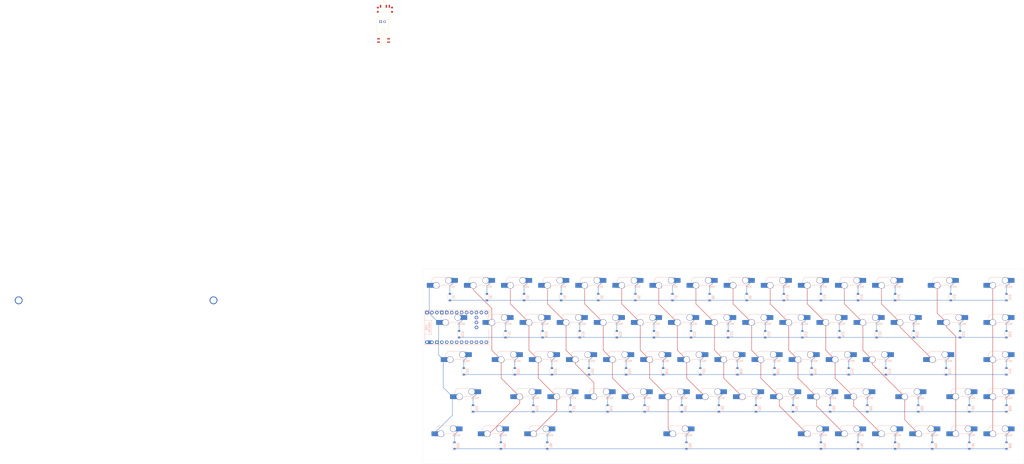
<source format=kicad_pcb>
(kicad_pcb (version 20240108) (generator "pcbnew") (generator_version "8.0")
  (layers (0 "F.Cu" signal) (31 "B.Cu" signal) (34 "B.Paste" user) (35 "F.Paste" user) (36 "B.SilkS" user "B.Silkscreen") (37 "F.SilkS" user "F.Silkscreen") (38 "B.Mask" user) (39 "F.Mask" user) (44 "Edge.Cuts" user))
  (net 0 "")
  (net 1 "row0")
  (net 2 "Net-(D1-A)")
  (net 3 "Net-(D2-A)")
  (net 4 "Net-(D3-A)")
  (net 5 "Net-(D4-A)")
  (net 6 "Net-(D5-A)")
  (net 7 "Net-(D6-A)")
  (net 8 "Net-(D7-A)")
  (net 9 "Net-(D8-A)")
  (net 10 "Net-(D9-A)")
  (net 11 "Net-(D10-A)")
  (net 12 "Net-(D11-A)")
  (net 13 "Net-(D12-A)")
  (net 14 "Net-(D13-A)")
  (net 15 "Net-(D14-A)")
  (net 16 "Net-(D15-A)")
  (net 17 "row1")
  (net 18 "Net-(D16-A)")
  (net 19 "Net-(D17-A)")
  (net 20 "Net-(D18-A)")
  (net 21 "Net-(D19-A)")
  (net 22 "Net-(D20-A)")
  (net 23 "Net-(D21-A)")
  (net 24 "Net-(D22-A)")
  (net 25 "Net-(D23-A)")
  (net 26 "Net-(D24-A)")
  (net 27 "Net-(D25-A)")
  (net 28 "Net-(D26-A)")
  (net 29 "Net-(D27-A)")
  (net 30 "Net-(D28-A)")
  (net 31 "Net-(D29-A)")
  (net 32 "Net-(D30-A)")
  (net 33 "Net-(D31-A)")
  (net 34 "row2")
  (net 35 "Net-(D32-A)")
  (net 36 "Net-(D33-A)")
  (net 37 "Net-(D34-A)")
  (net 38 "Net-(D35-A)")
  (net 39 "Net-(D36-A)")
  (net 40 "Net-(D37-A)")
  (net 41 "Net-(D38-A)")
  (net 42 "Net-(D39-A)")
  (net 43 "Net-(D40-A)")
  (net 44 "Net-(D41-A)")
  (net 45 "Net-(D42-A)")
  (net 46 "Net-(D43-A)")
  (net 47 "Net-(D44-A)")
  (net 48 "row3")
  (net 49 "Net-(D45-A)")
  (net 50 "Net-(D46-A)")
  (net 51 "Net-(D47-A)")
  (net 52 "Net-(D48-A)")
  (net 53 "Net-(D49-A)")
  (net 54 "Net-(D50-A)")
  (net 55 "Net-(D51-A)")
  (net 56 "Net-(D52-A)")
  (net 57 "Net-(D53-A)")
  (net 58 "Net-(D54-A)")
  (net 59 "Net-(D55-A)")
  (net 60 "Net-(D56-A)")
  (net 61 "Net-(D57-A)")
  (net 62 "Net-(D58-A)")
  (net 63 "Net-(D59-A)")
  (net 64 "row4")
  (net 65 "Net-(D60-A)")
  (net 66 "Net-(D61-A)")
  (net 67 "Net-(D62-A)")
  (net 68 "Net-(D63-A)")
  (net 69 "Net-(D64-A)")
  (net 70 "Net-(D65-A)")
  (net 71 "Net-(D66-A)")
  (net 72 "Net-(D67-A)")
  (net 73 "Net-(D68-A)")
  (net 74 "GND")
  (net 75 "3.7V")
  (net 76 "col0")
  (net 77 "col1")
  (net 78 "col2")
  (net 79 "col3")
  (net 80 "col4")
  (net 81 "col5")
  (net 82 "col6")
  (net 83 "col7")
  (net 84 "col8")
  (net 85 "col9")
  (net 86 "col10")
  (net 87 "col11")
  (net 88 "col12")
  (net 89 "col13")
  (net 90 "col14")
  (net 92 "Batt in")
  (net 93 "NRST")
  (footprint "PCM_marbastlib-mx:STAB_MX_P_6.25u" (layer "F.Cu") (at -175.29375 56.28)
    (property "Reference" "S5" (hide yes))
    (property "Value" "MX_stab_space")
  )
  (footprint "S2B-PH-K-S_LF__SN_:JST_S2B-PH-K-S_LF__SN_" (layer "F.Cu") (at -38.475 -93.735)
    (property "Reference" "J1")
    (property "Value" "S2B-PH-K-S_LF__SN_")
  )
  (footprint "PCM_marbastlib-mx:STAB_MX_2.25u" (layer "F.Cu") (at -93.28375 -73.8661)
    (property "Reference" "S3" (hide yes))
    (property "Value" "MX_stab_enter")
  )
  (footprint "PCM_marbastlib-mx:STAB_MX_2.25u" (layer "F.Cu") (at -93.28375 -53.5722)
    (property "Reference" "S4" (hide yes))
    (property "Value" "MX_stab_shift")
  )
  (footprint "Custom:EVQ-PUA02K" (layer "F.Cu") (at -37.965 -84.06)
    (property "Reference" "S6")
    (property "Value" "~")
  )
  (footprint "SSSS811101:SW_SSSS811101" (layer "F.Cu") (at -37.275 -99.905)
    (property "Reference" "S1")
    (property "Value" "SSSS811101")
  )
  (footprint "PCM_marbastlib-mx:STAB_MX_2u" (layer "F.Cu") (at -93.28375 -94.16)
    (property "Reference" "S2" (hide yes))
    (property "Value" "MX_stab_back")
  )
  (footprint "Diode_SMD:D_SOD-123" (layer "B.Cu") (at 119.884999 66.69 90)
    (property "Reference" "D22")
    (property "Value" "D")
  )
  (footprint "PCM_marbastlib-mx:SW_MX_HS_CPG151101S11_1u" (layer "B.Cu") (at 259.56 120.34 180)
    (property "Reference" "MX67")
    (property "Value" "MX_SW_HS")
  )
  (footprint "Diode_SMD:D_SOD-123" (layer "B.Cu") (at 110.359999 47.64 90)
    (property "Reference" "D7")
    (property "Value" "D")
  )
  (footprint "Diode_SMD:D_SOD-123" (layer "B.Cu") (at 257.997499 66.69 90)
    (property "Reference" "D29")
    (property "Value" "D")
  )
  (footprint "PCM_marbastlib-mx:SW_MX_HS_CPG151101S11_1u" (layer "B.Cu") (at 92.8725 101.29 180)
    (property "Reference" "MX49")
    (property "Value" "MX_SW_HS")
  )
  (footprint "PCM_marbastlib-mx:SW_MX_HS_CPG151101S11_1u" (layer "B.Cu") (at 183.36 120.34 180)
    (property "Reference" "MX63")
    (property "Value" "MX_SW_HS")
  )
  (footprint "PCM_marbastlib-mx:SW_MX_HS_CPG151101S11_1u" (layer "B.Cu") (at 197.6475 82.24 180)
    (property "Reference" "MX41")
    (property "Value" "MX_SW_HS")
  )
  (footprint "PCM_marbastlib-mx:SW_MX_HS_CPG151101S11_1u" (layer "B.Cu") (at 178.5975 82.24 180)
    (property "Reference" "MX40")
    (property "Value" "MX_SW_HS")
  )
  (footprint "Diode_SMD:D_SOD-123" (layer "B.Cu") (at 167.509999 47.64 90)
    (property "Reference" "D10")
    (property "Value" "D")
  )
  (footprint "PCM_marbastlib-mx:SW_MX_HS_CPG151101S11_1u" (layer "B.Cu") (at 111.9225 101.29 180)
    (property "Reference" "MX50")
    (property "Value" "MX_SW_HS")
  )
  (footprint "PCM_marbastlib-mx:SW_MX_HS_CPG151101S11_1u" (layer "B.Cu") (at -4.75875 120.34 180)
    (property "Reference" "MX59")
    (property "Value" "MX_SW_HS")
  )
  (footprint "PCM_marbastlib-mx:SW_MX_HS_CPG151101S11_1u" (layer "B.Cu") (at 97.635 63.19 180)
    (property "Reference" "MX21")
    (property "Value" "MX_SW_HS")
  )
  (footprint "Diode_SMD:D_SOD-123" (layer "B.Cu") (at 15.109999 47.64 90)
    (property "Reference" "D2")
    (property "Value" "D")
  )
  (footprint "PCM_marbastlib-mx:SW_MX_HS_CPG151101S11_1u" (layer "B.Cu") (at 173.835 63.19 180)
    (property "Reference" "MX25")
    (property "Value" "MX_SW_HS")
  )
  (footprint "PCM_marbastlib-mx:SW_MX_HS_CPG151101S11_1u" (layer "B.Cu") (at 254.7975 63.19 180)
    (property "Reference" "MX29")
    (property "Value" "MX_SW_HS")
  )
  (footprint "PCM_marbastlib-mx:SW_MX_HS_CPG151101S11_1u" (layer "B.Cu") (at 78.585 63.19 180)
    (property "Reference" "MX20")
    (property "Value" "MX_SW_HS")
  )
  (footprint "PCM_marbastlib-mx:SW_MX_HS_CPG151101S11_1u" (layer "B.Cu") (at 114.30375 120.34 180)
    (property "Reference" "MX62")
    (property "Value" "MX_SW_HS")
  )
  (footprint "PCM_marbastlib-mx:SW_MX_HS_CPG151101S11_1u" (layer "B.Cu") (at 154.785 63.19 180)
    (property "Reference" "MX24")
    (property "Value" "MX_SW_HS")
  )
  (footprint "Diode_SMD:D_SOD-123" (layer "B.Cu") (at 224.659999 123.84 90)
    (property "Reference" "D65")
    (property "Value" "D")
  )
  (footprint "Diode_SMD:D_SOD-123" (layer "B.Cu") (at 281.809999 123.84 90)
    (property "Reference" "D68")
    (property "Value" "D")
  )
  (footprint "Diode_SMD:D_SOD-123" (layer "B.Cu") (at 34.159999 47.64 90)
    (property "Reference" "D3")
    (property "Value" "D")
  )
  (footprint "Diode_SMD:D_SOD-123" (layer "B.Cu") (at 205.609999 123.84 90)
    (property "Reference" "D64")
    (property "Value" "D")
  )
  (footprint "Diode_SMD:D_SOD-123" (layer "B.Cu") (at 3.203749 85.74 90)
    (property "Reference" "D31")
    (property "Value" "D")
  )
  (footprint "PCM_marbastlib-mx:SW_MX_HS_CPG151101S11_1u" (layer "B.Cu") (at 121.4475 82.24 180)
    (property "Reference" "MX37")
    (property "Value" "MX_SW_HS")
  )
  (footprint "Diode_SMD:D_SOD-123" (layer "B.Cu") (at 57.972499 104.79 90)
    (property "Reference" "D47")
    (property "Value" "D")
  )
  (footprint "PCM_marbastlib-mx:SW_MX_HS_CPG151101S11_1u" (layer "B.Cu") (at 83.3475 82.24 180)
    (property "Reference" "MX35")
    (property "Value" "MX_SW_HS")
  )
  (footprint "Diode_SMD:D_SOD-123" (layer "B.Cu") (at 22.253749 123.84 90)
    (property "Reference" "D60")
    (property "Value" "D")
  )
  (footprint "Diode_SMD:D_SOD-123" (layer "B.Cu") (at 236.566249 104.79 90)
    (property "Reference" "D56")
    (property "Value" "D")
  )
  (footprint "PCM_marbastlib-mx:SW_MX_HS_CPG151101S11_1u" (layer "B.Cu") (at 145.26 44.14 180)
    (property "Reference" "MX9")
    (property "Value" "MX_SW_HS")
  )
  (footprint "Diode_SMD:D_SOD-123" (layer "B.Cu") (at 281.809999 47.64 90)
    (property "Reference" "D15")
    (property "Value" "D")
  )
  (footprint "Diode_SMD:D_SOD-123" (layer "B.Cu") (at 210.372499 104.79 90)
    (property "Reference" "D55")
    (property "Value" "D")
  )
  (footprint "Diode_SMD:D_SOD-123" (layer "B.Cu") (at 91.309999 47.64 90)
    (property "Reference" "D6")
    (property "Value" "D")
  )
  (footprint "PCM_marbastlib-mx:SW_MX_HS_CPG151101S11_1u" (layer "B.Cu") (at 250.035 44.14 180)
    (property "Reference" "MX14")
    (property "Value" "MX_SW_HS")
  )
  (footprint "Diode_SMD:D_SOD-123" (layer "B.Cu") (at 162.747499 85.74 90)
    (property "Reference" "D39")
    (property "Value" "D")
  )
  (footprint "Diode_SMD:D_SOD-123" (layer "B.Cu") (at 153.222499 104.79 90)
    (property "Reference" "D52")
    (property "Value" "D")
  )
  (footprint "PCM_marbastlib-mx:SW_MX_HS_CPG151101S11_1u" (layer "B.Cu") (at 202.41 44.14 180)
    (property "Reference" "MX12")
    (property "Value" "MX_SW_HS")
  )
  (footprint "Diode_SMD:D_SOD-123" (layer "B.Cu") (at 0.822499 66.69 90)
    (property "Reference" "D16")
    (property "Value" "D")
  )
  (footprint "Diode_SMD:D_SOD-123" (layer "B.Cu") (at 143.697499 85.74 90)
    (property "Reference" "D38")
    (property "Value" "D")
  )
  (footprint "Diode_SMD:D_SOD-123" (layer "B.Cu") (at 48.447499 85.74 90)
    (property "Reference" "D33")
    (property "Value" "D")
  )
  (footprint "PCM_marbastlib-mx:SW_MX_HS_CPG151101S11_1u" (layer "B.Cu") (at 150.0225 101.29 180)
    (property "Reference" "MX52")
    (property "Value" "MX_SW_HS")
  )
  (footprint "Diode_SMD:D_SOD-123" (layer "B.Cu") (at 243.709999 123.84 90)
    (property "Reference" "D66")
    (property "Value" "D")
  )
  (footprint "Diode_SMD:D_SOD-123" (layer "B.Cu") (at 191.322499 104.79 90)
    (property "Reference" "D54")
    (property "Value" "D")
  )
  (footprint "Diode_SMD:D_SOD-123" (layer "B.Cu") (at 100.834999 66.69 90)
    (property "Reference" "D21")
    (property "Value" "D")
  )
  (footprint "Diode_SMD:D_SOD-123" (layer "B.Cu") (at -1.558751 123.84 90)
    (property "Reference" "D59")
    (property "Value" "D")
  )
  (footprint "Diode_SMD:D_SOD-123" (layer "B.Cu") (at 138.934999 66.69 90)
    (property "Reference" "D23")
    (property "Value" "D")
  )
  (footprint "PCM_marbastlib-mx:SW_MX_HS_CPG151101S11_1u" (layer "B.Cu") (at -7.14 44.14 180)
    (property "Reference" "MX1")
    (property "Value" "MX_SW_HS")
  )
  (footprint "PCM_marbastlib-mx:SW_MX_HS_CPG151101S11_1u" (layer "B.Cu") (at 188.1225 101.29 180)
    (property "Reference" "MX54")
    (property "Value" "MX_SW_HS")
  )
  (footprint "Diode_SMD:D_SOD-123" (layer "B.Cu") (at 196.084999 66.69 90)
    (property "Reference" "D26")
    (property "Value" "D")
  )
  (footprint "PCM_marbastlib-mx:SW_MX_HS_CPG151101S11_1u" (layer "B.Cu") (at 230.985 63.19 180)
    (property "Reference" "MX28")
    (property "Value" "MX_SW_HS")
  )
  (footprint "PCM_marbastlib-mx:SW_MX_HS_CPG151101S11_1u" (layer "B.Cu") (at 233.36625 101.29 180)
    (property "Reference" "MX56")
    (property "Value" "MX_SW_HS")
  )
  (footprint "Diode_SMD:D_SOD-123" (layer "B.Cu") (at 172.272499 104.79 90)
    (property "Reference" "D53")
    (property "Value" "D")
  )
  (footprint "PCM_marbastlib-mx:SW_MX_HS_CPG151101S11_1u" (layer "B.Cu") (at 278.61 44.14 180)
    (property "Reference" "MX15")
    (property "Value" "MX_SW_HS")
  )
  (footprint "Diode_SMD:D_SOD-123" (layer "B.Cu") (at 105.597499 85.74 90)
    (property "Reference" "D36")
    (property "Value" "D")
  )
  (footprint "PCM_marbastlib-mx:SW_MX_HS_CPG151101S11_1u" (layer "B.Cu") (at 11.91 44.14 180)
    (property "Reference" "MX2")
    (property "Value" "MX_SW_HS")
  )
  (footprint "Diode_SMD:D_SOD-123" (layer "B.Cu") (at 134.172499 104.79 90)
    (property "Reference" "D51")
    (property "Value" "D")
  )
  (footprint "Diode_SMD:D_SOD-123" (layer "B.Cu") (at 81.784999 66.69 90)
    (property "Reference" "D20")
    (property "Value" "D")
  )
  (footprint "Diode_SMD:D_SOD-123" (layer "B.Cu") (at 129.409999 47.64 90)
    (property "Reference" "D8")
    (property "Value" "D")
  )
  (footprint "PCM_marbastlib-mx:SW_MX_HS_CPG151101S11_1u" (layer "B.Cu") (at 159.5475 82.24 180)
    (property "Reference" "MX39")
    (property "Value" "MX_SW_HS")
  )
  (footprint "PCM_marbastlib-xp-promicroish:nice_nano_AH_USBup" (layer "B.Cu") (at 0.83 63.18 -90)
    (property "Reference" "U1")
    (property "Value" "nice_nano")
  )
  (footprint "PCM_marbastlib-mx:SW_MX_HS_CPG151101S11_1u" (layer "B.Cu") (at 19.05375 120.34 180)
    (property "Reference" "MX60")
    (property "Value" "MX_SW_HS")
  )
  (footprint "Diode_SMD:D_SOD-123" (layer "B.Cu") (at 253.234999 47.64 90)
    (property "Reference" "D14")
    (property "Value" "D")
  )
  (footprint "PCM_marbastlib-mx:SW_MX_HS_CPG151101S11_1u" (layer "B.Cu") (at 73.8225 101.29 180)
    (property "Reference" "MX48")
    (property "Value" "MX_SW_HS")
  )
  (footprint "PCM_marbastlib-mx:SW_MX_HS_CPG151101S11_1u" (layer "B.Cu") (at 202.41 120.34 180)
    (property "Reference" "MX64")
    (property "Value" "MX_SW_HS")
  )
  (footprint "PCM_marbastlib-mx:SW_MX_HS_CPG151101S11_1u" (layer "B.Cu") (at 126.21 44.14 180)
    (property "Reference" "MX8")
    (property "Value" "MX_SW_HS")
  )
  (footprint "Diode_SMD:D_SOD-123" (layer "B.Cu") (at 219.897499 85.74 90)
    (property "Reference" "D42")
    (property "Value" "D")
  )
  (footprint "PCM_marbastlib-mx:SW_MX_HS_CPG151101S11_1u" (layer "B.Cu") (at 50.01 44.14 180)
    (property "Reference" "MX4")
    (property "Value" "MX_SW_HS")
  )
  (footprint "Diode_SMD:D_SOD-123" (layer "B.Cu") (at 186.559999 47.64 90)
    (property "Reference" "D11")
    (property "Value" "D")
  )
  (footprint "PCM_marbastlib-mx:SW_MX_HS_CPG151101S11_1u" (layer "B.Cu") (at 278.61 63.19 180)
    (property "Reference" "MX30")
    (property "Value" "MX_SW_HS")
  )
  (footprint "Diode_SMD:D_SOD-123" (layer "B.Cu") (at 53.209999 47.64 90)
    (property "Reference" "D4")
    (property "Value" "D")
  )
  (footprint "PCM_marbastlib-mx:SW_MX_HS_CPG151101S11_1u" (layer "B.Cu") (at 102.3975 82.24 180)
    (property "Reference" "MX36")
    (property "Value" "MX_SW_HS")
  )
  (footprint "PCM_marbastlib-mx:SW_MX_HS_CPG151101S11_1u" (layer "B.Cu") (at 221.46 120.34 180)
    (property "Reference" "MX65")
    (property "Value" "MX_SW_HS")
  )
  (footprint "Diode_SMD:D_SOD-123" (layer "B.Cu") (at 86.547499 85.74 90)
    (property "Reference" "D35")
    (property "Value" "D")
  )
  (footprint "Diode_SMD:D_SOD-123" (layer "B.Cu") (at 281.809999 104.79 90)
    (property "Reference" "D58")
    (property "Value" "D")
  )
  (footprint "PCM_marbastlib-mx:SW_MX_HS_CPG151101S11_1u" (layer "B.Cu") (at 135.735 63.19 180)
    (property "Reference" "MX23")
    (property "Value" "MX_SW_HS")
  )
  (footprint "Diode_SMD:D_SOD-123" (layer "B.Cu") (at 43.684999 66.69 90)
    (property "Reference" "D18")
    (property "Value" "D")
  )
  (footprint "Diode_SMD:D_SOD-123" (layer "B.Cu") (at 234.184999 66.69 90)
    (property "Reference" "D28")
    (property "Value" "D")
  )
  (footprint "PCM_marbastlib-mx:SW_MX_HS_CPG151101S11_1u" (layer "B.Cu") (at 278.61 82.24 180)
    (property "Reference" "MX44")
    (property "Value" "MX_SW_HS")
  )
  (footprint "PCM_marbastlib-mx:SW_MX_HS_CPG151101S11_1u" (layer "B.Cu") (at 140.4975 82.24 180)
    (property "Reference" "MX38")
    (property "Value" "MX_SW_HS")
  )
  (footprint "Diode_SMD:D_SOD-123" (layer "B.Cu") (at 46.066249 123.84 90)
    (property "Reference" "D61")
    (property "Value" "D")
  )
  (footprint "Diode_SMD:D_SOD-123" (layer "B.Cu") (at 77.022499 104.79 90)
    (property "Reference" "D48")
    (property "Value" "D")
  )
  (footprint "Diode_SMD:D_SOD-123" (layer "B.Cu") (at 262.759999 123.84 90)
    (property "Reference" "D67")
    (property "Value" "D")
  )
  (footprint "Diode_SMD:D_SOD-123" (layer "B.Cu") (at 205.609999 47.64 90)
    (property "Reference" "D12")
    (property "Value" "D")
  )
  (footprint "Diode_SMD:D_SOD-123" (layer "B.Cu") (at 281.809999 66.69 90)
    (property "Reference" "D30")
    (property "Value" "D")
  )
  (footprint "Diode_SMD:D_SOD-123" (layer "B.Cu") (at 72.259999 47.64 90)
    (property "Reference" "D5")
    (property "Value" "D")
  )
  (footprint "Diode_SMD:D_SOD-123" (layer "B.Cu") (at 62.734999 66.69 90)
    (property "Reference" "D19")
    (property "Value" "D")
  )
  (footprint "PCM_marbastlib-mx:SW_MX_HS_CPG151101S11_1u" (layer "B.Cu") (at 211.935 63.19 180)
    (property "Reference" "MX27")
    (property "Value" "MX_SW_HS")
  )
  (footprint "PCM_marbastlib-mx:SW_MX_HS_CPG151101S11_1u" (layer "B.Cu") (at 164.31 44.14 180)
    (property "Reference" "MX10")
    (property "Value" "MX_SW_HS")
  )
  (footprint "PCM_marbastlib-mx:SW_MX_HS_CPG151101S11_1u" (layer "B.Cu") (at 130.9725 101.29 180)
    (property "Reference" "MX51")
    (property "Value" "MX_SW_HS")
  )
  (footprint "Diode_SMD:D_SOD-123" (layer "B.Cu") (at 29.397499 85.74 90)
    (property "Reference" "D32")
    (property "Value" "D")
  )
  (footprint "PCM_marbastlib-mx:SW_MX_HS_CPG151101S11_1u" (layer "B.Cu") (at 240.51 120.34 180)
    (property "Reference" "MX66")
    (property "Value" "MX_SW_HS")
  )
  (footprint "Diode_SMD:D_SOD-123" (layer "B.Cu") (at 96.072499 104.79 90)
    (property "Reference" "D49")
    (property "Value" "D")
  )
  (footprint "PCM_marbastlib-mx:SW_MX_HS_CPG151101S11_1u" (layer "B.Cu") (at 30.96 44.14 180)
    (property "Reference" "MX3")
    (property "Value" "MX_SW_HS")
  )
  (footprint "Diode_SMD:D_SOD-123" (layer "B.Cu") (at 24.634999 66.69 90)
    (property "Reference" "D17")
    (property "Value" "D")
  )
  (footprint "Diode_SMD:D_SOD-123" (layer "B.Cu") (at -3.940001 47.64 90)
    (property "Reference" "D1")
    (property "Value" "D")
  )
  (footprint "PCM_marbastlib-mx:SW_MX_HS_CPG151101S11_1u" (layer "B.Cu") (at 64.2975 82.24 180)
    (property "Reference" "MX34")
    (property "Value" "MX_SW_HS")
  )
  (footprint "Diode_SMD:D_SOD-123" (layer "B.Cu") (at 148.459999 47.64 90)
    (property "Reference" "D9")
    (property "Value" "D")
  )
  (footprint "Diode_SMD:D_SOD-123" (layer "B.Cu") (at 262.759999 104.79 90)
    (property "Reference" "D57")
    (property "Value" "D")
  )
  (footprint "Diode_SMD:D_SOD-123" (layer "B.Cu") (at 186.559999 123.84 90)
    (property "Reference" "D63")
    (property "Value" "D")
  )
  (footprint "PCM_marbastlib-mx:SW_MX_HS_CPG151101S11_1u" (layer "B.Cu") (at 192.885 63.19 180)
    (property "Reference" "MX26")
    (property "Value" "MX_SW_HS")
  )
  (footprint "PCM_marbastlib-mx:SW_MX_HS_CPG151101S11_1u" (layer "B.Cu") (at -2.3775 63.19 180)
    (property "Reference" "MX16")
    (property "Value" "MX_SW_HS")
  )
  (footprint "Diode_SMD:D_SOD-123" (layer "B.Cu") (at 281.809999 85.74 90)
    (property "Reference" "D44")
    (property "Value" "D")
  )
  (footprint "PCM_marbastlib-mx:SW_MX_HS_CPG151101S11_1u" (layer "B.Cu") (at 0.00375 82.24 180)
    (property "Reference" "MX31")
    (property "Value" "MX_SW_HS")
  )
  (footprint "Diode_SMD:D_SOD-123" (layer "B.Cu") (at 38.922499 104.79 90)
    (property "Reference" "D46")
    (property "Value" "D")
  )
  (footprint "Diode_SMD:D_SOD-123" (layer "B.Cu") (at 115.122499 104.79 90)
    (property "Reference" "D50")
    (property "Value" "D")
  )
  (footprint "Diode_SMD:D_SOD-123" (layer "B.Cu") (at 124.647499 85.74 90)
    (property "Reference" "D37")
    (property "Value" "D")
  )
  (footprint "PCM_marbastlib-mx:SW_MX_HS_CPG151101S11_1u" (layer "B.Cu") (at 69.06 44.14 180)
    (property "Reference" "MX5")
    (property "Value" "MX_SW_HS")
  )
  (footprint "PCM_marbastlib-mx:SW_MX_HS_CPG151101S11_1u" (layer "B.Cu") (at 40.485 63.19 180)
    (property "Reference" "MX18")
    (property "Value" "MX_SW_HS")
  )
  (footprint "PCM_marbastlib-mx:SW_MX_HS_CPG151101S11_1u" (layer "B.Cu") (at 54.7725 101.29 180)
    (property "Reference" "MX47")
    (property "Value" "MX_SW_HS")
  )
  (footprint "PCM_marbastlib-mx:SW_MX_HS_CPG151101S11_1u" (layer "B.Cu") (at 221.46 44.14 180)
    (property "Reference" "MX13")
    (property "Value" "MX_SW_HS")
  )
  (footprint "PCM_marbastlib-mx:SW_MX_HS_CPG151101S11_1u" (layer "B.Cu") (at 278.61 120.34 180)
    (property "Reference" "MX68")
    (property "Value" "MX_SW_HS")
  )
  (footprint "PCM_marbastlib-mx:SW_MX_HS_CPG151101S11_1u" (layer "B.Cu") (at 247.65375 82.24 180)
    (property "Reference" "MX43")
    (property "Value" "MX_SW_HS")
  )
  (footprint "PCM_marbastlib-mx:SW_MX_HS_CPG151101S11_1u" (layer "B.Cu") (at 116.685 63.19 180)
    (property "Reference" "MX22")
    (property "Value" "MX_SW_HS")
  )
  (footprint "PCM_marbastlib-mx:SW_MX_HS_CPG151101S11_1u" (layer "B.Cu") (at 59.535 63.19 180)
    (property "Reference" "MX19")
    (property "Value" "MX_SW_HS")
  )
  (footprint "PCM_marbastlib-mx:SW_MX_HS_CPG151101S11_1u" (layer "B.Cu") (at 35.7225 101.29 180)
    (property "Reference" "MX46")
    (property "Value" "MX_SW_HS")
  )
  (footprint "Diode_SMD:D_SOD-123" (layer "B.Cu") (at 215.134999 66.69 90)
    (property "Reference" "D27")
    (property "Value" "D")
  )
  (footprint "Diode_SMD:D_SOD-123" (layer "B.Cu") (at 250.853749 85.74 90)
    (property "Reference" "D43")
    (property "Value" "D")
  )
  (footprint "Diode_SMD:D_SOD-123" (layer "B.Cu") (at 157.984999 66.69 90)
    (property "Reference" "D24")
    (property "Value" "D")
  )
  (footprint "PCM_marbastlib-mx:SW_MX_HS_CPG151101S11_1u" (layer "B.Cu") (at 21.435 63.19 180)
    (property "Reference" "MX17")
    (property "Value" "MX_SW_HS")
  )
  (footprint "Diode_SMD:D_SOD-123" (layer "B.Cu") (at 7.966249 104.79 90)
    (property "Reference" "D45")
    (property "Value" "D")
  )
  (footprint "Diode_SMD:D_SOD-123" (layer "B.Cu") (at 67.497499 85.74 90)
    (property "Reference" "D34")
    (property "Value" "D")
  )
  (footprint "PCM_marbastlib-mx:SW_MX_HS_CPG151101S11_1u" (layer "B.Cu") (at 42.86625 120.34 180)
    (property "Reference" "MX61")
    (property "Value" "MX_SW_HS")
  )
  (footprint "PCM_marbastlib-mx:SW_MX_HS_CPG151101S11_1u" (layer "B.Cu") (at 107.16 44.14 180)
    (property "Reference" "MX7")
    (property "Value" "MX_SW_HS")
  )
  (footprint "PCM_marbastlib-mx:SW_MX_HS_CPG151101S11_1u" (layer "B.Cu") (at 45.2475 82.24 180)
    (property "Reference" "MX33")
    (property "Value" "MX_SW_HS")
  )
  (footprint "PCM_marbastlib-mx:SW_MX_HS_CPG151101S11_1u" (layer "B.Cu") (at 169.0725 101.29 180)
    (property "Reference" "MX53")
    (property "Value" "MX_SW_HS")
  )
  (footprint "PCM_marbastlib-mx:SW_MX_HS_CPG151101S11_1u" (layer "B.Cu") (at 26.1975 82.24 180)
    (property "Reference" "MX32")
    (property "Value" "MX_SW_HS")
  )
  (footprint "PCM_marbastlib-mx:SW_MX_HS_CPG151101S11_1u" (layer "B.Cu") (at 278.61 101.29 180)
    (property "Reference" "MX58")
    (property "Value" "MX_SW_HS")
  )
  (footprint "PCM_marbastlib-mx:SW_MX_HS_CPG151101S11_1u" (layer "B.Cu") (at 207.1725 101.29 180)
    (property "Reference" "MX55")
    (property "Value" "MX_SW_HS")
  )
  (footprint "PCM_marbastlib-mx:SW_MX_HS_CPG151101S11_1u" (layer "B.Cu") (at 183.36 44.14 180)
    (property "Reference" "MX11")
    (property "Value" "MX_SW_HS")
  )
  (footprint "PCM_marbastlib-mx:SW_MX_HS_CPG151101S11_1u" (layer "B.Cu") (at 88.11 44.14 180)
    (property "Reference" "MX6")
    (property "Value" "MX_SW_HS")
  )
  (footprint "Diode_SMD:D_SOD-123" (layer "B.Cu") (at 181.797499 85.74 90)
    (property "Reference" "D40")
    (property "Value" "D")
  )
  (footprint "Diode_SMD:D_SOD-123" (layer "B.Cu") (at 224.659999 47.64 90)
    (property "Reference" "D13")
    (property "Value" "D")
  )
  (footprint "PCM_marbastlib-mx:SW_MX_HS_CPG151101S11_1u" (layer "B.Cu") (at 4.76625 101.29 180)
    (property "Reference" "MX45")
    (property "Value" "MX_SW_HS")
  )
  (footprint "PCM_marbastlib-mx:SW_MX_HS_CPG151101S11_1u" (layer "B.Cu") (at 216.6975 82.24 180)
    (property "Reference" "MX42")
    (property "Value" "MX_SW_HS")
  )
  (footprint "Diode_SMD:D_SOD-123" (layer "B.Cu") (at 200.847499 85.74 90)
    (property "Reference" "D41")
    (property "Value" "D")
  )
  (footprint "Diode_SMD:D_SOD-123" (layer "B.Cu") (at 117.503749 123.84 90)
    (property "Reference" "D62")
    (property "Value" "D")
  )
  (footprint "PCM_marbastlib-mx:SW_MX_HS_CPG151101S11_1u" (layer "B.Cu") (at 259.56 101.29 180)
    (property "Reference" "MX57")
    (property "Value" "MX_SW_HS")
  )
  (footprint "Diode_SMD:D_SOD-123" (layer "B.Cu") (at 177.034999 66.69 90)
    (property "Reference" "D25")
    (property "Value" "D")
  )
  (gr_rect (start -17.8 33.2) (end 290.8 133.2) (stroke (width 0.05)) (fill none) (layer "Edge.Cuts"))
  (segment (start 15.109999 49.29) (end 34.159999 49.29) (width 0.2) (layer "B.Cu") (net 1))
  (segment (start 91.309999 49.29) (end 148.459999 49.29) (width 0.2) (layer "B.Cu") (net 1))
  (segment (start 72.259999 49.29) (end 91.309999 49.29) (width 0.2) (layer "B.Cu") (net 1))
  (segment (start 148.459999 49.29) (end 205.609999 49.29) (width 0.2) (layer "B.Cu") (net 1))
  (segment (start 53.209999 49.29) (end 72.259999 49.29) (width 0.2) (layer "B.Cu") (net 1))
  (segment (start 205.609999 49.29) (end 253.234999 49.29) (width 0.2) (layer "B.Cu") (net 1))
  (segment (start 253.234999 49.29) (end 281.809999 49.29) (width 0.2) (layer "B.Cu") (net 1))
  (segment (start 34.159999 49.29) (end 53.209999 49.29) (width 0.2) (layer "B.Cu") (net 1))
  (segment (start -3.940001 49.29) (end 15.109999 49.29) (width 0.2) (layer "B.Cu") (net 1))
  (segment (start -3.940001 41.950001) (end -3.940001 45.99) (width 0.2) (layer "B.Cu") (net 2))
  (segment (start -2.8 39.06) (end -2.14 39.72) (width 0.2) (layer "B.Cu") (net 2))
  (segment (start -1.05 39.06) (end -3.940001 41.950001) (width 0.2) (layer "B.Cu") (net 2))
  (segment (start 16.25 39.06) (end 16.91 39.72) (width 0.2) (layer "B.Cu") (net 3))
  (segment (start 15.109999 41.950001) (end 15.109999 45.99) (width 0.2) (layer "B.Cu") (net 3))
  (segment (start 18 39.06) (end 15.109999 41.950001) (width 0.2) (layer "B.Cu") (net 3))
  (segment (start 35.3 39.06) (end 35.96 39.72) (width 0.2) (layer "B.Cu") (net 4))
  (segment (start 37.05 39.06) (end 34.159999 41.950001) (width 0.2) (layer "B.Cu") (net 4))
  (segment (start 34.159999 41.950001) (end 34.159999 45.99) (width 0.2) (layer "B.Cu") (net 4))
  (segment (start 56.1 39.06) (end 53.209999 41.950001) (width 0.2) (layer "B.Cu") (net 5))
  (segment (start 53.209999 41.950001) (end 53.209999 45.99) (width 0.2) (layer "B.Cu") (net 5))
  (segment (start 54.35 39.06) (end 55.01 39.72) (width 0.2) (layer "B.Cu") (net 5))
  (segment (start 72.259999 41.950001) (end 72.259999 45.99) (width 0.2) (layer "B.Cu") (net 6))
  (segment (start 73.4 39.06) (end 74.06 39.72) (width 0.2) (layer "B.Cu") (net 6))
  (segment (start 75.15 39.06) (end 72.259999 41.950001) (width 0.2) (layer "B.Cu") (net 6))
  (segment (start 94.2 39.06) (end 91.309999 41.950001) (width 0.2) (layer "B.Cu") (net 7))
  (segment (start 92.45 39.06) (end 93.11 39.72) (width 0.2) (layer "B.Cu") (net 7))
  (segment (start 91.309999 41.950001) (end 91.309999 45.99) (width 0.2) (layer "B.Cu") (net 7))
  (segment (start 111.5 39.06) (end 112.16 39.72) (width 0.2) (layer "B.Cu") (net 8))
  (segment (start 113.25 39.06) (end 110.359999 41.950001) (width 0.2) (layer "B.Cu") (net 8))
  (segment (start 110.359999 41.950001) (end 110.359999 45.99) (width 0.2) (layer "B.Cu") (net 8))
  (segment (start 129.409999 41.950001) (end 129.409999 45.99) (width 0.2) (layer "B.Cu") (net 9))
  (segment (start 132.3 39.06) (end 129.409999 41.950001) (width 0.2) (layer "B.Cu") (net 9))
  (segment (start 130.55 39.06) (end 131.21 39.72) (width 0.2) (layer "B.Cu") (net 9))
  (segment (start 151.35 39.06) (end 148.459999 41.950001) (width 0.2) (layer "B.Cu") (net 10))
  (segment (start 148.459999 41.950001) (end 148.459999 45.99) (width 0.2) (layer "B.Cu") (net 10))
  (segment (start 149.6 39.06) (end 150.26 39.72) (width 0.2) (layer "B.Cu") (net 10))
  (segment (start 170.4 39.06) (end 167.509999 41.950001) (width 0.2) (layer "B.Cu") (net 11))
  (segment (start 167.509999 41.950001) (end 167.509999 45.99) (width 0.2) (layer "B.Cu") (net 11))
  (segment (start 168.65 39.06) (end 169.31 39.72) (width 0.2) (layer "B.Cu") (net 11))
  (segment (start 187.7 39.06) (end 188.36 39.72) (width 0.2) (layer "B.Cu") (net 12))
  (segment (start 186.559999 41.950001) (end 186.559999 45.99) (width 0.2) (layer "B.Cu") (net 12))
  (segment (start 189.45 39.06) (end 186.559999 41.950001) (width 0.2) (layer "B.Cu") (net 12))
  (segment (start 206.75 39.06) (end 207.41 39.72) (width 0.2) (layer "B.Cu") (net 13))
  (segment (start 205.609999 41.950001) (end 205.609999 45.99) (width 0.2) (layer "B.Cu") (net 13))
  (segment (start 208.5 39.06) (end 205.609999 41.950001) (width 0.2) (layer "B.Cu") (net 13))
  (segment (start 224.659999 41.950001) (end 224.659999 45.99) (width 0.2) (layer "B.Cu") (net 14))
  (segment (start 227.55 39.06) (end 224.659999 41.950001) (width 0.2) (layer "B.Cu") (net 14))
  (segment (start 225.8 39.06) (end 226.46 39.72) (width 0.2) (layer "B.Cu") (net 14))
  (segment (start 256.125 39.06) (end 253.234999 41.950001) (width 0.2) (layer "B.Cu") (net 15))
  (segment (start 253.234999 41.950001) (end 253.234999 45.99) (width 0.2) (layer "B.Cu") (net 15))
  (segment (start 254.375 39.06) (end 255.035 39.72) (width 0.2) (layer "B.Cu") (net 15))
  (segment (start 281.809999 41.950001) (end 281.809999 45.99) (width 0.2) (layer "B.Cu") (net 16))
  (segment (start 282.95 39.06) (end 283.61 39.72) (width 0.2) (layer "B.Cu") (net 16))
  (segment (start 284.7 39.06) (end 281.809999 41.950001) (width 0.2) (layer "B.Cu") (net 16))
  (segment (start 119.884999 68.34) (end 81.784999 68.34) (width 0.2) (layer "B.Cu") (net 17))
  (segment (start 234.184999 68.34) (end 196.084999 68.34) (width 0.2) (layer "B.Cu") (net 17))
  (segment (start 281.809999 68.34) (end 234.184999 68.34) (width 0.2) (layer "B.Cu") (net 17))
  (segment (start 157.984999 68.34) (end 119.884999 68.34) (width 0.2) (layer "B.Cu") (net 17))
  (segment (start 43.684999 68.34) (end 0.822499 68.34) (width 0.2) (layer "B.Cu") (net 17))
  (segment (start 81.784999 68.34) (end 43.684999 68.34) (width 0.2) (layer "B.Cu") (net 17))
  (segment (start 196.084999 68.34) (end 157.984999 68.34) (width 0.2) (layer "B.Cu") (net 17))
  (segment (start 1.9625 58.11) (end 2.6225 58.77) (width 0.2) (layer "B.Cu") (net 18))
  (segment (start 0.822499 61.000001) (end 0.822499 65.04) (width 0.2) (layer "B.Cu") (net 18))
  (segment (start 3.7125 58.11) (end 0.822499 61.000001) (width 0.2) (layer "B.Cu") (net 18))
  (segment (start 24.634999 61.000001) (end 24.634999 65.04) (width 0.2) (layer "B.Cu") (net 19))
  (segment (start 27.525 58.11) (end 24.634999 61.000001) (width 0.2) (layer "B.Cu") (net 19))
  (segment (start 25.775 58.11) (end 26.435 58.77) (width 0.2) (layer "B.Cu") (net 19))
  (segment (start 44.825 58.11) (end 45.485 58.77) (width 0.2) (layer "B.Cu") (net 20))
  (segment (start 46.575 58.11) (end 43.684999 61.000001) (width 0.2) (layer "B.Cu") (net 20))
  (segment (start 43.684999 61.000001) (end 43.684999 65.04) (width 0.2) (layer "B.Cu") (net 20))
  (segment (start 63.875 58.11) (end 64.535 58.77) (width 0.2) (layer "B.Cu") (net 21))
  (segment (start 62.734999 61.000001) (end 62.734999 65.04) (width 0.2) (layer "B.Cu") (net 21))
  (segment (start 65.625 58.11) (end 62.734999 61.000001) (width 0.2) (layer "B.Cu") (net 21))
  (segment (start 84.675 58.11) (end 81.784999 61.000001) (width 0.2) (layer "B.Cu") (net 22))
  (segment (start 81.784999 61.000001) (end 81.784999 65.04) (width 0.2) (layer "B.Cu") (net 22))
  (segment (start 82.925 58.11) (end 83.585 58.77) (width 0.2) (layer "B.Cu") (net 22))
  (segment (start 103.725 58.11) (end 100.834999 61.000001) (width 0.2) (layer "B.Cu") (net 23))
  (segment (start 101.975 58.11) (end 102.635 58.77) (width 0.2) (layer "B.Cu") (net 23))
  (segment (start 100.834999 61.000001) (end 100.834999 65.04) (width 0.2) (layer "B.Cu") (net 23))
  (segment (start 122.775 58.11) (end 119.884999 61.000001) (width 0.2) (layer "B.Cu") (net 24))
  (segment (start 121.025 58.11) (end 121.685 58.77) (width 0.2) (layer "B.Cu") (net 24))
  (segment (start 119.884999 61.000001) (end 119.884999 65.04) (width 0.2) (layer "B.Cu") (net 24))
  (segment (start 138.934999 61.000001) (end 138.934999 65.04) (width 0.2) (layer "B.Cu") (net 25))
  (segment (start 141.825 58.11) (end 138.934999 61.000001) (width 0.2) (layer "B.Cu") (net 25))
  (segment (start 140.075 58.11) (end 140.735 58.77) (width 0.2) (layer "B.Cu") (net 25))
  (segment (start 160.875 58.11) (end 157.984999 61.000001) (width 0.2) (layer "B.Cu") (net 26))
  (segment (start 159.125 58.11) (end 159.785 58.77) (width 0.2) (layer "B.Cu") (net 26))
  (segment (start 157.984999 61.000001) (end 157.984999 65.04) (width 0.2) (layer "B.Cu") (net 26))
  (segment (start 177.034999 61.000001) (end 177.034999 65.04) (width 0.2) (layer "B.Cu") (net 27))
  (segment (start 179.925 58.11) (end 177.034999 61.000001) (width 0.2) (layer "B.Cu") (net 27))
  (segment (start 178.175 58.11) (end 178.835 58.77) (width 0.2) (layer "B.Cu") (net 27))
  (segment (start 197.225 58.11) (end 197.885 58.77) (width 0.2) (layer "B.Cu") (net 28))
  (segment (start 198.975 58.11) (end 196.084999 61.000001) (width 0.2) (layer "B.Cu") (net 28))
  (segment (start 196.084999 61.000001) (end 196.084999 65.04) (width 0.2) (layer "B.Cu") (net 28))
  (segment (start 218.025 58.11) (end 215.134999 61.000001) (width 0.2) (layer "B.Cu") (net 29))
  (segment (start 215.134999 61.000001) (end 215.134999 65.04) (width 0.2) (layer "B.Cu") (net 29))
  (segment (start 216.275 58.11) (end 216.935 58.77) (width 0.2) (layer "B.Cu") (net 29))
  (segment (start 237.075 58.11) (end 234.184999 61.000001) (width 0.2) (layer "B.Cu") (net 30))
  (segment (start 235.325 58.11) (end 235.985 58.77) (width 0.2) (layer "B.Cu") (net 30))
  (segment (start 234.184999 61.000001) (end 234.184999 65.04) (width 0.2) (layer "B.Cu") (net 30))
  (segment (start 260.8875 58.11) (end 257.997499 61.000001) (width 0.2) (layer "B.Cu") (net 31))
  (segment (start 257.997499 61.000001) (end 257.997499 65.04) (width 0.2) (layer "B.Cu") (net 31))
  (segment (start 259.1375 58.11) (end 259.7975 58.77) (width 0.2) (layer "B.Cu") (net 31))
  (segment (start 284.7 58.11) (end 281.809999 61.000001) (width 0.2) (layer "B.Cu") (net 32))
  (segment (start 281.809999 61.000001) (end 281.809999 65.04) (width 0.2) (layer "B.Cu") (net 32))
  (segment (start 282.95 58.11) (end 283.61 58.77) (width 0.2) (layer "B.Cu") (net 32))
  (segment (start 6.09375 77.16) (end 3.203749 80.050001) (width 0.2) (layer "B.Cu") (net 33))
  (segment (start 4.34375 77.16) (end 5.00375 77.82) (width 0.2) (layer "B.Cu") (net 33))
  (segment (start 3.203749 80.050001) (end 3.203749 84.09) (width 0.2) (layer "B.Cu") (net 33))
  (segment (start 3.203749 87.39) (end 48.447499 87.39) (width 0.2) (layer "B.Cu") (net 34))
  (segment (start 48.447499 87.39) (end 105.597499 87.39) (width 0.2) (layer "B.Cu") (net 34))
  (segment (start 219.897499 87.39) (end 250.853749 87.39) (width 0.2) (layer "B.Cu") (net 34))
  (segment (start 105.597499 87.39) (end 162.747499 87.39) (width 0.2) (layer "B.Cu") (net 34))
  (segment (start 162.747499 87.39) (end 219.897499 87.39) (width 0.2) (layer "B.Cu") (net 34))
  (segment (start 250.853749 87.39) (end 281.809999 87.39) (width 0.2) (layer "B.Cu") (net 34))
  (segment (start 32.2875 77.16) (end 29.397499 80.050001) (width 0.2) (layer "B.Cu") (net 35))
  (segment (start 30.5375 77.16) (end 31.1975 77.82) (width 0.2) (layer "B.Cu") (net 35))
  (segment (start 29.397499 80.050001) (end 29.397499 84.09) (width 0.2) (layer "B.Cu") (net 35))
  (segment (start 51.3375 77.16) (end 48.447499 80.050001) (width 0.2) (layer "B.Cu") (net 36))
  (segment (start 49.5875 77.16) (end 50.2475 77.82) (width 0.2) (layer "B.Cu") (net 36))
  (segment (start 48.447499 80.050001) (end 48.447499 84.09) (width 0.2) (layer "B.Cu") (net 36))
  (segment (start 67.497499 80.050001) (end 67.497499 84.09) (width 0.2) (layer "B.Cu") (net 37))
  (segment (start 70.3875 77.16) (end 67.497499 80.050001) (width 0.2) (layer "B.Cu") (net 37))
  (segment (start 68.6375 77.16) (end 69.2975 77.82) (width 0.2) (layer "B.Cu") (net 37))
  (segment (start 87.6875 77.16) (end 88.3475 77.82) (width 0.2) (layer "B.Cu") (net 38))
  (segment (start 89.4375 77.16) (end 86.547499 80.050001) (width 0.2) (layer "B.Cu") (net 38))
  (segment (start 86.547499 80.050001) (end 86.547499 84.09) (width 0.2) (layer "B.Cu") (net 38))
  (segment (start 108.4875 77.16) (end 105.597499 80.050001) (width 0.2) (layer "B.Cu") (net 39))
  (segment (start 106.7375 77.16) (end 107.3975 77.82) (width 0.2) (layer "B.Cu") (net 39))
  (segment (start 105.597499 80.050001) (end 105.597499 84.09) (width 0.2) (layer "B.Cu") (net 39))
  (segment (start 127.5375 77.16) (end 124.647499 80.050001) (width 0.2) (layer "B.Cu") (net 40))
  (segment (start 124.647499 80.050001) (end 124.647499 84.09) (width 0.2) (layer "B.Cu") (net 40))
  (segment (start 125.7875 77.16) (end 126.4475 77.82) (width 0.2) (layer "B.Cu") (net 40))
  (segment (start 144.8375 77.16) (end 145.4975 77.82) (width 0.2) (layer "B.Cu") (net 41))
  (segment (start 146.5875 77.16) (end 143.697499 80.050001) (width 0.2) (layer "B.Cu") (net 41))
  (segment (start 143.697499 80.050001) (end 143.697499 84.09) (width 0.2) (layer "B.Cu") (net 41))
  (segment (start 165.6375 77.16) (end 162.747499 80.050001) (width 0.2) (layer "B.Cu") (net 42))
  (segment (start 163.8875 77.16) (end 164.5475 77.82) (width 0.2) (layer "B.Cu") (net 42))
  (segment (start 162.747499 80.050001) (end 162.747499 84.09) (width 0.2) (layer "B.Cu") (net 42))
  (segment (start 182.9375 77.16) (end 183.5975 77.82) (width 0.2) (layer "B.Cu") (net 43))
  (segment (start 181.797499 80.050001) (end 181.797499 84.09) (width 0.2) (layer "B.Cu") (net 43))
  (segment (start 184.6875 77.16) (end 181.797499 80.050001) (width 0.2) (layer "B.Cu") (net 43))
  (segment (start 200.847499 80.050001) (end 200.847499 84.09) (width 0.2) (layer "B.Cu") (net 44))
  (segment (start 203.7375 77.16) (end 200.847499 80.050001) (width 0.2) (layer "B.Cu") (net 44))
  (segment (start 201.9875 77.16) (end 202.6475 77.82) (width 0.2) (layer "B.Cu") (net 44))
  (segment (start 219.897499 80.050001) (end 219.897499 84.09) (width 0.2) (layer "B.Cu") (net 45))
  (segment (start 222.7875 77.16) (end 219.897499 80.050001) (width 0.2) (layer "B.Cu") (net 45))
  (segment (start 221.0375 77.16) (end 221.6975 77.82) (width 0.2) (layer "B.Cu") (net 45))
  (segment (start 251.99375 77.16) (end 252.65375 77.82) (width 0.2) (layer "B.Cu") (net 46))
  (segment (start 253.74375 77.16) (end 250.853749 80.050001) (width 0.2) (layer "B.Cu") (net 46))
  (segment (start 250.853749 80.050001) (end 250.853749 84.09) (width 0.2) (layer "B.Cu") (net 46))
  (segment (start 281.809999 80.050001) (end 281.809999 84.09) (width 0.2) (layer "B.Cu") (net 47))
  (segment (start 282.95 77.16) (end 283.61 77.82) (width 0.2) (layer "B.Cu") (net 47))
  (segment (start 284.7 77.16) (end 281.809999 80.050001) (width 0.2) (layer "B.Cu") (net 47))
  (segment (start 38.922499 106.44) (end 7.966249 106.44) (width 0.2) (layer "B.Cu") (net 48))
  (segment (start 134.172499 106.44) (end 77.022499 106.44) (width 0.2) (layer "B.Cu") (net 48))
  (segment (start 236.566249 106.44) (end 191.322499 106.44) (width 0.2) (layer "B.Cu") (net 48))
  (segment (start 281.809999 106.44) (end 236.566249 106.44) (width 0.2) (layer "B.Cu") (net 48))
  (segment (start 191.322499 106.44) (end 134.172499 106.44) (width 0.2) (layer "B.Cu") (net 48))
  (segment (start 77.022499 106.44) (end 38.922499 106.44) (width 0.2) (layer "B.Cu") (net 48))
  (segment (start 7.966249 99.100001) (end 7.966249 103.14) (width 0.2) (layer "B.Cu") (net 49))
  (segment (start 9.10625 96.21) (end 9.76625 96.87) (width 0.2) (layer "B.Cu") (net 49))
  (segment (start 10.85625 96.21) (end 7.966249 99.100001) (width 0.2) (layer "B.Cu") (net 49))
  (segment (start 41.8125 96.21) (end 38.922499 99.100001) (width 0.2) (layer "B.Cu") (net 50))
  (segment (start 40.0625 96.21) (end 40.7225 96.87) (width 0.2) (layer "B.Cu") (net 50))
  (segment (start 38.922499 99.100001) (end 38.922499 103.14) (width 0.2) (layer "B.Cu") (net 50))
  (segment (start 57.972499 99.100001) (end 57.972499 103.14) (width 0.2) (layer "B.Cu") (net 51))
  (segment (start 59.1125 96.21) (end 59.7725 96.87) (width 0.2) (layer "B.Cu") (net 51))
  (segment (start 60.8625 96.21) (end 57.972499 99.100001) (width 0.2) (layer "B.Cu") (net 51))
  (segment (start 79.9125 96.21) (end 77.022499 99.100001) (width 0.2) (layer "B.Cu") (net 52))
  (segment (start 78.1625 96.21) (end 78.8225 96.87) (width 0.2) (layer "B.Cu") (net 52))
  (segment (start 77.022499 99.100001) (end 77.022499 103.14) (width 0.2) (layer "B.Cu") (net 52))
  (segment (start 97.2125 96.21) (end 97.8725 96.87) (width 0.2) (layer "B.Cu") (net 53))
  (segment (start 98.9625 96.21) (end 96.072499 99.100001) (width 0.2) (layer "B.Cu") (net 53))
  (segment (start 96.072499 99.100001) (end 96.072499 103.14) (width 0.2) (layer "B.Cu") (net 53))
  (segment (start 116.2625 96.21) (end 116.9225 96.87) (width 0.2) (layer "B.Cu") (net 54))
  (segment (start 115.122499 99.100001) (end 115.122499 103.14) (width 0.2) (layer "B.Cu") (net 54))
  (segment (start 118.0125 96.21) (end 115.122499 99.100001) (width 0.2) (layer "B.Cu") (net 54))
  (segment (start 135.3125 96.21) (end 135.9725 96.87) (width 0.2) (layer "B.Cu") (net 55))
  (segment (start 137.0625 96.21) (end 134.172499 99.100001) (width 0.2) (layer "B.Cu") (net 55))
  (segment (start 134.172499 99.100001) (end 134.172499 103.14) (width 0.2) (layer "B.Cu") (net 55))
  (segment (start 154.3625 96.21) (end 155.0225 96.87) (width 0.2) (layer "B.Cu") (net 56))
  (segment (start 156.1125 96.21) (end 153.222499 99.100001) (width 0.2) (layer "B.Cu") (net 56))
  (segment (start 153.222499 99.100001) (end 153.222499 103.14) (width 0.2) (layer "B.Cu") (net 56))
  (segment (start 172.272499 99.100001) (end 172.272499 103.14) (width 0.2) (layer "B.Cu") (net 57))
  (segment (start 175.1625 96.21) (end 172.272499 99.100001) (width 0.2) (layer "B.Cu") (net 57))
  (segment (start 173.4125 96.21) (end 174.0725 96.87) (width 0.2) (layer "B.Cu") (net 57))
  (segment (start 194.2125 96.21) (end 191.322499 99.100001) (width 0.2) (layer "B.Cu") (net 58))
  (segment (start 192.4625 96.21) (end 193.1225 96.87) (width 0.2) (layer "B.Cu") (net 58))
  (segment (start 191.322499 99.100001) (end 191.322499 103.14) (width 0.2) (layer "B.Cu") (net 58))
  (segment (start 211.5125 96.21) (end 212.1725 96.87) (width 0.2) (layer "B.Cu") (net 59))
  (segment (start 213.2625 96.21) (end 210.372499 99.100001) (width 0.2) (layer "B.Cu") (net 59))
  (segment (start 210.372499 99.100001) (end 210.372499 103.14) (width 0.2) (layer "B.Cu") (net 59))
  (segment (start 237.70625 96.21) (end 238.36625 96.87) (width 0.2) (layer "B.Cu") (net 60))
  (segment (start 236.566249 99.100001) (end 236.566249 103.14) (width 0.2) (layer "B.Cu") (net 60))
  (segment (start 239.45625 96.21) (end 236.566249 99.100001) (width 0.2) (layer "B.Cu") (net 60))
  (segment (start 263.9 96.21) (end 264.56 96.87) (width 0.2) (layer "B.Cu") (net 61))
  (segment (start 265.65 96.21) (end 262.759999 99.100001) (width 0.2) (layer "B.Cu") (net 61))
  (segment (start 262.759999 99.100001) (end 262.759999 103.14) (width 0.2) (layer "B.Cu") (net 61))
  (segment (start 282.95 96.21) (end 283.61 96.87) (width 0.2) (layer "B.Cu") (net 62))
  (segment (start 284.7 96.21) (end 281.809999 99.100001) (width 0.2) (layer "B.Cu") (net 62))
  (segment (start 281.809999 99.100001) (end 281.809999 103.14) (width 0.2) (layer "B.Cu") (net 62))
  (segment (start 1.33125 115.26) (end -1.558751 118.150001) (width 0.2) (layer "B.Cu") (net 63))
  (segment (start -0.41875 115.26) (end 0.24125 115.92) (width 0.2) (layer "B.Cu") (net 63))
  (segment (start -1.558751 118.150001) (end -1.558751 122.19) (width 0.2) (layer "B.Cu") (net 63))
  (segment (start -1.558751 125.49) (end 22.253749 125.49) (width 0.2) (layer "B.Cu") (net 64))
  (segment (start 46.066249 125.49) (end 117.503749 125.49) (width 0.2) (layer "B.Cu") (net 64))
  (segment (start 117.503749 125.49) (end 224.659999 125.49) (width 0.2) (layer "B.Cu") (net 64))
  (segment (start 224.659999 125.49) (end 281.809999 125.49) (width 0.2) (layer "B.Cu") (net 64))
  (segment (start 22.253749 125.49) (end 46.066249 125.49) (width 0.2) (layer "B.Cu") (net 64))
  (segment (start 23.39375 115.26) (end 24.05375 115.92) (width 0.2) (layer "B.Cu") (net 65))
  (segment (start 22.253749 118.150001) (end 22.253749 122.19) (width 0.2) (layer "B.Cu") (net 65))
  (segment (start 25.14375 115.26) (end 22.253749 118.150001) (width 0.2) (layer "B.Cu") (net 65))
  (segment (start 46.066249 118.150001) (end 46.066249 122.19) (width 0.2) (layer "B.Cu") (net 66))
  (segment (start 48.95625 115.26) (end 46.066249 118.150001) (width 0.2) (layer "B.Cu") (net 66))
  (segment (start 47.20625 115.26) (end 47.86625 115.92) (width 0.2) (layer "B.Cu") (net 66))
  (segment (start 120.39375 115.26) (end 117.503749 118.150001) (width 0.2) (layer "B.Cu") (net 67))
  (segment (start 117.503749 118.150001) (end 117.503749 122.19) (width 0.2) (layer "B.Cu") (net 67))
  (segment (start 118.64375 115.26) (end 119.30375 115.92) (width 0.2) (layer "B.Cu") (net 67))
  (segment (start 187.7 115.26) (end 188.36 115.92) (width 0.2) (layer "B.Cu") (net 68))
  (segment (start 186.559999 118.150001) (end 186.559999 122.19) (width 0.2) (layer "B.Cu") (net 68))
  (segment (start 189.45 115.26) (end 186.559999 118.150001) (width 0.2) (layer "B.Cu") (net 68))
  (segment (start 205.609999 118.150001) (end 205.609999 122.19) (width 0.2) (layer "B.Cu") (net 69))
  (segment (start 206.75 115.26) (end 207.41 115.92) (width 0.2) (layer "B.Cu") (net 69))
  (segment (start 208.5 115.26) (end 205.609999 118.150001) (width 0.2) (layer "B.Cu") (net 69))
  (segment (start 224.659999 118.150001) (end 224.659999 122.19) (width 0.2) (layer "B.Cu") (net 70))
  (segment (start 227.55 115.26) (end 224.659999 118.150001) (width 0.2) (layer "B.Cu") (net 70))
  (segment (start 225.8 115.26) (end 226.46 115.92) (width 0.2) (layer "B.Cu") (net 70))
  (segment (start 243.709999 118.150001) (end 243.709999 122.19) (width 0.2) (layer "B.Cu") (net 71))
  (segment (start 246.6 115.26) (end 243.709999 118.150001) (width 0.2) (layer "B.Cu") (net 71))
  (segment (start 244.85 115.26) (end 245.51 115.92) (width 0.2) (layer "B.Cu") (net 71))
  (segment (start 262.759999 118.150001) (end 265.65 115.26) (width 0.2) (layer "B.Cu") (net 72))
  (segment (start 263.9 115.26) (end 264.56 115.92) (width 0.2) (layer "B.Cu") (net 72))
  (segment (start 262.759999 122.19) (end 262.759999 118.150001) (width 0.2) (layer "B.Cu") (net 72))
  (segment (start 281.809999 122.19) (end 281.809999 118.150001) (width 0.2) (layer "B.Cu") (net 73))
  (segment (start 282.95 115.26) (end 283.61 115.92) (width 0.2) (layer "B.Cu") (net 73))
  (segment (start 281.809999 118.150001) (end 284.7 115.26) (width 0.2) (layer "B.Cu") (net 73))
  (segment (start -7.1 55.16) (end -9.64 55.16) (width 0.2) (layer "B.Cu") (net 74))
  (segment (start -2.59375 108.275) (end -12.11875 117.8) (width 0.2) (layer "B.Cu") (net 76))
  (segment (start -14.5 55.8875) (end -9.7375 60.65) (width 0.2) (layer "B.Cu") (net 76))
  (segment (start -9.7375 60.65) (end -9.7375 77.31875) (width 0.2) (layer "B.Cu") (net 76))
  (segment (start -9.7375 77.31875) (end -7.35625 79.7) (width 0.2) (layer "B.Cu") (net 76))
  (segment (start -2.59375 98.75) (end -2.59375 108.275) (width 0.2) (layer "B.Cu") (net 76))
  (segment (start -7.35625 93.9875) (end -2.59375 98.75) (width 0.2) (layer "B.Cu") (net 76))
  (segment (start -14.5 41.6) (end -14.5 55.8875) (width 0.2) (layer "B.Cu") (net 76))
  (segment (start -7.35625 79.7) (end -7.35625 93.9875) (width 0.2) (layer "B.Cu") (net 76))
  (segment (start 31.9125 98.75) (end 31.9125 102.183533) (width 0.2) (layer "F.Cu") (net 77))
  (segment (start 16.296033 117.8) (end 15.24375 117.8) (width 0.2) (layer "F.Cu") (net 77))
  (segment (start 22.3875 89.225) (end 31.9125 98.75) (width 0.2) (layer "F.Cu") (net 77))
  (segment (start 8.1 41.6) (end 8.1 43.933452) (width 0.2) (layer "F.Cu") (net 77))
  (segment (start 8.1 43.933452) (end 17.625 53.458452) (width 0.2) (layer "F.Cu") (net 77))
  (segment (start 17.625 74.9375) (end 22.3875 79.7) (width 0.2) (layer "F.Cu") (net 77))
  (segment (start 31.9125 102.183533) (end 16.296033 117.8) (width 0.2) (layer "F.Cu") (net 77))
  (segment (start 17.625 60.65) (end 17.625 74.9375) (width 0.2) (layer "F.Cu") (net 77))
  (segment (start 22.3875 79.7) (end 22.3875 89.225) (width 0.2) (layer "F.Cu") (net 77))
  (segment (start 17.625 53.458452) (end 17.625 60.65) (width 0.2) (layer "F.Cu") (net 77))
  (segment (start 36.675 60.65) (end 36.675 74.9375) (width 0.2) (layer "F.Cu") (net 78))
  (segment (start 39.05625 117.8) (end 50.9625 105.89375) (width 0.2) (layer "F.Cu") (net 78))
  (segment (start 27.15 51.125) (end 27.15 41.6) (width 0.2) (layer "F.Cu") (net 78))
  (segment (start 41.4375 89.225) (end 41.4375 79.7) (width 0.2) (layer "F.Cu") (net 78))
  (segment (start 50.9625 105.89375) (end 50.9625 98.75) (width 0.2) (layer "F.Cu") (net 78))
  (segment (start 36.675 60.65) (end 27.15 51.125) (width 0.2) (layer "F.Cu") (net 78))
  (segment (start 36.675 74.9375) (end 41.4375 79.7) (width 0.2) (layer "F.Cu") (net 78))
  (segment (start 50.9625 98.75) (end 41.4375 89.225) (width 0.2) (layer "F.Cu") (net 78))
  (segment (start 55.725 74.9375) (end 60.4875 79.7) (width 0.2) (layer "F.Cu") (net 79))
  (segment (start 60.4875 79.7) (end 60.4875 82.033452) (width 0.2) (layer "F.Cu") (net 79))
  (segment (start 46.2 51.125) (end 55.725 60.65) (width 0.2) (layer "F.Cu") (net 79))
  (segment (start 46.2 41.6) (end 46.2 51.125) (width 0.2) (layer "F.Cu") (net 79))
  (segment (start 55.725 60.65) (end 55.725 74.9375) (width 0.2) (layer "F.Cu") (net 79))
  (segment (start 60.4875 82.033452) (end 70.0125 91.558452) (width 0.2) (layer "F.Cu") (net 79))
  (segment (start 70.0125 91.558452) (end 70.0125 98.75) (width 0.2) (layer "F.Cu") (net 79))
  (segment (start 74.775 60.65) (end 74.775 74.9375) (width 0.2) (layer "F.Cu") (net 80))
  (segment (start 65.25 51.125) (end 74.775 60.65) (width 0.2) (layer "F.Cu") (net 80))
  (segment (start 79.5375 79.7) (end 79.5375 89.225) (width 0.2) (layer "F.Cu") (net 80))
  (segment (start 79.5375 89.225) (end 89.0625 98.75) (width 0.2) (layer "F.Cu") (net 80))
  (segment (start 74.775 74.9375) (end 79.5375 79.7) (width 0.2) (layer "F.Cu") (net 80))
  (segment (start 65.25 41.6) (end 65.25 51.125) (width 0.2) (layer "F.Cu") (net 80))
  (segment (start 98.5875 89.225) (end 108.1125 98.75) (width 0.2) (layer "F.Cu") (net 81))
  (segment (start 98.5875 79.7) (end 98.5875 89.225) (width 0.2) (layer "F.Cu") (net 81))
  (segment (start 93.825 74.9375) (end 98.5875 79.7) (width 0.2) (layer "F.Cu") (net 81))
  (segment (start 108.1125 115.41875) (end 110.49375 117.8) (width 0.2) (layer "F.Cu") (net 81))
  (segment (start 108.1125 98.75) (end 108.1125 115.41875) (width 0.2) (layer "F.Cu") (net 81))
  (segment (start 93.825 60.65) (end 93.825 74.9375) (width 0.2) (layer "F.Cu") (net 81))
  (segment (start 84.3 41.6) (end 84.3 51.125) (width 0.2) (layer "F.Cu") (net 81))
  (segment (start 84.3 51.125) (end 93.825 60.65) (width 0.2) (layer "F.Cu") (net 81))
  (segment (start 103.35 51.125) (end 112.875 60.65) (width 0.2) (layer "F.Cu") (net 82))
  (segment (start 112.875 60.65) (end 112.875 74.9375) (width 0.2) (layer "F.Cu") (net 82))
  (segment (start 112.875 74.9375) (end 117.6375 79.7) (width 0.2) (layer "F.Cu") (net 82))
  (segment (start 117.6375 89.225) (end 127.1625 98.75) (width 0.2) (layer "F.Cu") (net 82))
  (segment (start 103.35 41.6) (end 103.35 51.125) (width 0.2) (layer "F.Cu") (net 82))
  (segment (start 117.6375 79.7) (end 117.6375 89.225) (width 0.2) (layer "F.Cu") (net 82))
  (segment (start 131.925 60.65) (end 131.925 74.9375) (width 0.2) (layer "F.Cu") (net 83))
  (segment (start 136.6875 79.7) (end 136.6875 89.225) (width 0.2) (layer "F.Cu") (net 83))
  (segment (start 136.6875 89.225) (end 146.2125 98.75) (width 0.2) (layer "F.Cu") (net 83))
  (segment (start 122.4 51.125) (end 131.925 60.65) (width 0.2) (layer "F.Cu") (net 83))
  (segment (start 131.925 74.9375) (end 136.6875 79.7) (width 0.2) (layer "F.Cu") (net 83))
  (segment (start 122.4 41.6) (end 122.4 51.125) (width 0.2) (layer "F.Cu") (net 83))
  (segment (start 141.45 51.125) (end 150.975 60.65) (width 0.2) (layer "F.Cu") (net 84))
  (segment (start 150.975 74.9375) (end 155.7375 79.7) (width 0.2) (layer "F.Cu") (net 84))
  (segment (start 141.45 41.6) (end 141.45 51.125) (width 0.2) (layer "F.Cu") (net 84))
  (segment (start 165.2625 103.5125) (end 179.55 117.8) (width 0.2) (layer "F.Cu") (net 84))
  (segment (start 155.7375 79.7) (end 155.7375 89.225) (width 0.2) (layer "F.Cu") (net 84))
  (segment (start 150.975 60.65) (end 150.975 74.9375) (width 0.2) (layer "F.Cu") (net 84))
  (segment (start 165.2625 98.75) (end 165.2625 103.5125) (width 0.2) (layer "F.Cu") (net 84))
  (segment (start 155.7375 89.225) (end 165.2625 98.75) (width 0.2) (layer "F.Cu") (net 84))
  (segment (start 184.3125 98.75) (end 184.3125 103.5125) (width 0.2) (layer "F.Cu") (net 85))
  (segment (start 160.5 51.125) (end 170.025 60.65) (width 0.2) (layer "F.Cu") (net 85))
  (segment (start 174.7875 79.7) (end 174.7875 89.225) (width 0.2) (layer "F.Cu") (net 85))
  (segment (start 160.5 41.6) (end 160.5 51.125) (width 0.2) (layer "F.Cu") (net 85))
  (segment (start 184.3125 103.5125) (end 198.6 117.8) (width 0.2) (layer "F.Cu") (net 85))
  (segment (start 170.025 60.65) (end 170.025 74.9375) (width 0.2) (layer "F.Cu") (net 85))
  (segment (start 174.7875 89.225) (end 184.3125 98.75) (width 0.2) (layer "F.Cu") (net 85))
  (segment (start 170.025 74.9375) (end 174.7875 79.7) (width 0.2) (layer "F.Cu") (net 85))
  (segment (start 203.3625 98.75) (end 203.3625 103.5125) (width 0.2) (layer "F.Cu") (net 86))
  (segment (start 179.55 41.6) (end 179.55 51.125) (width 0.2) (layer "F.Cu") (net 86))
  (segment (start 179.55 51.125) (end 189.075 60.65) (width 0.2) (layer "F.Cu") (net 86))
  (segment (start 193.8375 89.225) (end 203.3625 98.75) (width 0.2) (layer "F.Cu") (net 86))
  (segment (start 189.075 60.65) (end 189.075 74.9375) (width 0.2) (layer "F.Cu") (net 86))
  (segment (start 203.3625 103.5125) (end 217.65 117.8) (width 0.2) (layer "F.Cu") (net 86))
  (segment (start 189.075 74.9375) (end 193.8375 79.7) (width 0.2) (layer "F.Cu") (net 86))
  (segment (start 193.8375 79.7) (end 193.8375 89.225) (width 0.2) (layer "F.Cu") (net 86))
  (segment (start 212.8875 79.7) (end 212.8875 82.08125) (width 0.2) (layer "F.Cu") (net 87))
  (segment (start 208.125 74.9375) (end 212.8875 79.7) (width 0.2) (layer "F.Cu") (net 87))
  (segment (start 229.55625 110.65625) (end 236.7 117.8) (width 0.2) (layer "F.Cu") (net 87))
  (segment (start 198.6 51.125) (end 208.125 60.65) (width 0.2) (layer "F.Cu") (net 87))
  (segment (start 208.125 60.65) (end 208.125 74.9375) (width 0.2) (layer "F.Cu") (net 87))
  (segment (start 229.55625 98.75) (end 229.55625 110.65625) (width 0.2) (layer "F.Cu") (net 87))
  (segment (start 212.8875 82.08125) (end 229.55625 98.75) (width 0.2) (layer "F.Cu") (net 87))
  (segment (start 198.6 41.6) (end 198.6 51.125) (width 0.2) (layer "F.Cu") (net 87))
  (segment (start 227.175 63.03125) (end 243.84375 79.7) (width 0.2) (layer "F.Cu") (net 88))
  (segment (start 217.65 51.125) (end 227.175 60.65) (width 0.2) (layer "F.Cu") (net 88))
  (segment (start 217.65 41.6) (end 217.65 51.125) (width 0.2) (layer "F.Cu") (net 88))
  (segment (start 227.175 60.65) (end 227.175 63.03125) (width 0.2) (layer "F.Cu") (net 88))
  (segment (start 250.9875 60.65) (end 250.9875 62.983452) (width 0.2) (layer "F.Cu") (net 89))
  (segment (start 255.75 98.75) (end 255.75 117.8) (width 0.2) (layer "F.Cu") (net 89))
  (segment (start 246.225 41.6) (end 246.225 55.8875) (width 0.2) (layer "F.Cu") (net 89))
  (segment (start 250.9875 62.983452) (end 255.75 67.745952) (width 0.2) (layer "F.Cu") (net 89))
  (segment (start 246.225 55.8875) (end 250.9875 60.65) (width 0.2) (layer "F.Cu") (net 89))
  (segment (start 255.75 67.745952) (end 255.75 98.75) (width 0.2) (layer "F.Cu") (net 89))
  (segment (start 274.8 98.75) (end 274.8 117.8) (width 0.2) (layer "F.Cu") (net 90))
  (segment (start 274.8 41.6) (end 274.8 60.65) (width 0.2) (layer "F.Cu") (net 90))
  (segment (start 274.8 60.65) (end 274.8 98.75) (width 0.2) (layer "F.Cu") (net 90))
)
</source>
